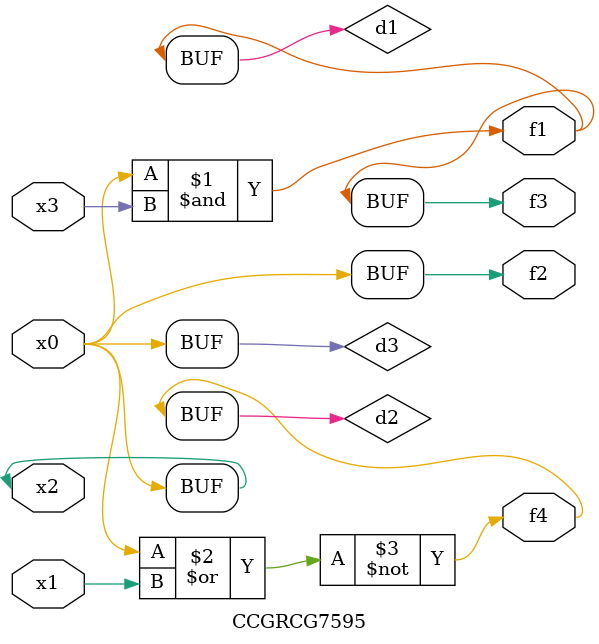
<source format=v>
module CCGRCG7595(
	input x0, x1, x2, x3,
	output f1, f2, f3, f4
);

	wire d1, d2, d3;

	and (d1, x2, x3);
	nor (d2, x0, x1);
	buf (d3, x0, x2);
	assign f1 = d1;
	assign f2 = d3;
	assign f3 = d1;
	assign f4 = d2;
endmodule

</source>
